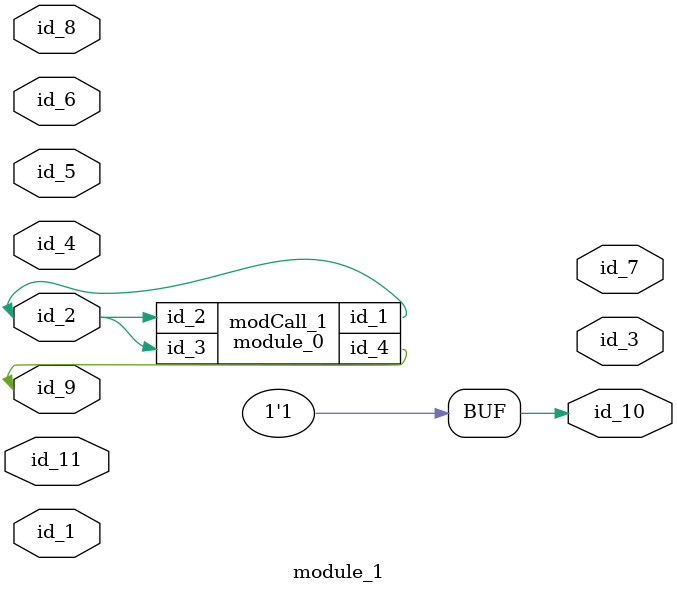
<source format=v>
module module_0 (
    id_1,
    id_2,
    id_3,
    id_4
);
  inout wire id_4;
  input wire id_3;
  input wire id_2;
  output wire id_1;
  assign id_1 = id_4;
  wire id_5;
endmodule
module module_1 (
    id_1,
    id_2,
    id_3,
    id_4,
    id_5,
    id_6,
    id_7,
    id_8,
    id_9,
    id_10,
    id_11
);
  input wire id_11;
  output wire id_10;
  inout wire id_9;
  inout wire id_8;
  output wire id_7;
  inout wire id_6;
  inout wire id_5;
  input wire id_4;
  output wire id_3;
  inout wire id_2;
  inout wire id_1;
  module_0 modCall_1 (
      id_2,
      id_2,
      id_2,
      id_9
  );
  assign id_10 = (1);
endmodule

</source>
